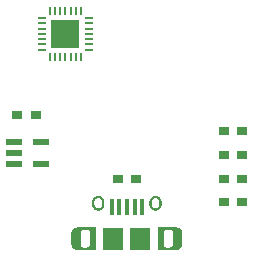
<source format=gtp>
G04*
G04 #@! TF.GenerationSoftware,Altium Limited,Altium Designer,20.2.4 (192)*
G04*
G04 Layer_Color=8421504*
%FSLAX25Y25*%
%MOIN*%
G70*
G04*
G04 #@! TF.SameCoordinates,10D436F5-3F1F-4B74-8332-D6DC9BA31C1D*
G04*
G04*
G04 #@! TF.FilePolarity,Positive*
G04*
G01*
G75*
%ADD15R,0.05591X0.02284*%
%ADD16R,0.03300X0.03150*%
%ADD17R,0.07087X0.07480*%
%ADD18R,0.01575X0.05315*%
%ADD19R,0.03000X0.01100*%
%ADD20R,0.02800X0.01100*%
%ADD21R,0.01100X0.02800*%
%ADD22R,0.01100X0.03000*%
%ADD23R,0.09400X0.09400*%
G36*
X210236Y121752D02*
Y118012D01*
X203886D01*
X203783Y118017D01*
X203680Y118028D01*
X203578Y118044D01*
X203477Y118066D01*
X203378Y118092D01*
X203280Y118124D01*
X203184Y118161D01*
X203089Y118203D01*
X202997Y118250D01*
X202908Y118301D01*
X202822Y118357D01*
X202738Y118418D01*
X202658Y118483D01*
X202582Y118552D01*
X202509Y118625D01*
X202440Y118701D01*
X202375Y118781D01*
X202314Y118865D01*
X202258Y118951D01*
X202206Y119041D01*
X202160Y119132D01*
X202118Y119227D01*
X202081Y119323D01*
X202049Y119421D01*
X202022Y119521D01*
X202001Y119621D01*
X201985Y119723D01*
X201974Y119826D01*
X201969Y119929D01*
Y119980D01*
Y121752D01*
Y123524D01*
Y123575D01*
X201974Y123678D01*
X201985Y123781D01*
X202001Y123882D01*
X202022Y123983D01*
X202049Y124083D01*
X202081Y124181D01*
X202118Y124277D01*
X202160Y124371D01*
X202206Y124463D01*
X202258Y124553D01*
X202314Y124639D01*
X202375Y124722D01*
X202440Y124802D01*
X202509Y124879D01*
X202582Y124952D01*
X202658Y125021D01*
X202738Y125086D01*
X202822Y125146D01*
X202908Y125203D01*
X202997Y125254D01*
X203089Y125301D01*
X203184Y125343D01*
X203280Y125380D01*
X203378Y125412D01*
X203477Y125438D01*
X203578Y125460D01*
X203680Y125476D01*
X203783Y125487D01*
X203886Y125492D01*
X210236D01*
Y121752D01*
D02*
G37*
G36*
X211087Y136018D02*
X211195Y136007D01*
X211302Y135990D01*
X211408Y135967D01*
X211512Y135939D01*
X211615Y135906D01*
X211716Y135867D01*
X211815Y135823D01*
X211912Y135774D01*
X212005Y135720D01*
X212096Y135661D01*
X212184Y135597D01*
X212268Y135529D01*
X212349Y135457D01*
X212425Y135380D01*
X212497Y135300D01*
X212565Y135215D01*
X212629Y135128D01*
X212688Y135037D01*
X212742Y134943D01*
X212791Y134847D01*
X212835Y134748D01*
X212874Y134647D01*
X212908Y134544D01*
X212936Y134439D01*
X212958Y134334D01*
X212975Y134227D01*
X212986Y134119D01*
X212992Y134011D01*
Y133957D01*
Y133169D01*
Y133115D01*
X212986Y133007D01*
X212975Y132899D01*
X212958Y132792D01*
X212936Y132687D01*
X212908Y132582D01*
X212874Y132479D01*
X212835Y132378D01*
X212791Y132279D01*
X212742Y132183D01*
X212688Y132089D01*
X212629Y131998D01*
X212566Y131911D01*
X212497Y131826D01*
X212425Y131746D01*
X212349Y131669D01*
X212268Y131597D01*
X212184Y131529D01*
X212096Y131465D01*
X212005Y131406D01*
X211912Y131352D01*
X211815Y131303D01*
X211717Y131259D01*
X211615Y131220D01*
X211512Y131187D01*
X211408Y131159D01*
X211302Y131136D01*
X211195Y131119D01*
X211087Y131108D01*
X210979Y131102D01*
X210871D01*
X210763Y131108D01*
X210655Y131119D01*
X210548Y131136D01*
X210442Y131159D01*
X210338Y131187D01*
X210235Y131220D01*
X210134Y131259D01*
X210035Y131303D01*
X209939Y131352D01*
X209845Y131406D01*
X209754Y131465D01*
X209666Y131529D01*
X209582Y131597D01*
X209502Y131669D01*
X209425Y131746D01*
X209353Y131826D01*
X209285Y131911D01*
X209221Y131998D01*
X209162Y132089D01*
X209108Y132183D01*
X209059Y132279D01*
X209015Y132378D01*
X208976Y132479D01*
X208943Y132582D01*
X208915Y132687D01*
X208892Y132792D01*
X208875Y132899D01*
X208864Y133007D01*
X208858Y133115D01*
Y133169D01*
Y133957D01*
Y134011D01*
X208864Y134119D01*
X208875Y134227D01*
X208892Y134334D01*
X208915Y134439D01*
X208943Y134544D01*
X208976Y134647D01*
X209015Y134748D01*
X209059Y134847D01*
X209108Y134943D01*
X209162Y135037D01*
X209221Y135128D01*
X209285Y135215D01*
X209353Y135300D01*
X209425Y135380D01*
X209502Y135457D01*
X209582Y135529D01*
X209666Y135597D01*
X209754Y135661D01*
X209845Y135720D01*
X209939Y135774D01*
X210035Y135823D01*
X210134Y135867D01*
X210235Y135906D01*
X210338Y135939D01*
X210442Y135967D01*
X210548Y135990D01*
X210655Y136007D01*
X210763Y136018D01*
X210871Y136024D01*
X210979D01*
X211087Y136018D01*
D02*
G37*
G36*
X237162Y125487D02*
X237265Y125476D01*
X237367Y125460D01*
X237468Y125438D01*
X237567Y125412D01*
X237665Y125380D01*
X237761Y125343D01*
X237856Y125301D01*
X237948Y125254D01*
X238037Y125203D01*
X238123Y125146D01*
X238207Y125086D01*
X238287Y125021D01*
X238363Y124952D01*
X238436Y124879D01*
X238505Y124802D01*
X238570Y124722D01*
X238631Y124639D01*
X238687Y124553D01*
X238738Y124463D01*
X238785Y124371D01*
X238827Y124277D01*
X238864Y124181D01*
X238896Y124083D01*
X238923Y123983D01*
X238944Y123882D01*
X238960Y123781D01*
X238971Y123678D01*
X238976Y123575D01*
Y123524D01*
Y121752D01*
Y119980D01*
Y119929D01*
X238971Y119826D01*
X238960Y119723D01*
X238944Y119621D01*
X238923Y119521D01*
X238896Y119421D01*
X238864Y119323D01*
X238827Y119227D01*
X238785Y119132D01*
X238738Y119041D01*
X238687Y118951D01*
X238631Y118865D01*
X238570Y118781D01*
X238505Y118701D01*
X238436Y118625D01*
X238363Y118552D01*
X238287Y118483D01*
X238207Y118418D01*
X238123Y118357D01*
X238037Y118301D01*
X237948Y118250D01*
X237856Y118203D01*
X237761Y118161D01*
X237665Y118124D01*
X237567Y118092D01*
X237468Y118066D01*
X237367Y118044D01*
X237265Y118028D01*
X237162Y118017D01*
X237059Y118012D01*
X230709D01*
Y121752D01*
Y125492D01*
X237059D01*
X237162Y125487D01*
D02*
G37*
G36*
X230182Y136018D02*
X230290Y136007D01*
X230397Y135990D01*
X230502Y135967D01*
X230607Y135939D01*
X230710Y135906D01*
X230811Y135867D01*
X230910Y135823D01*
X231006Y135774D01*
X231100Y135720D01*
X231191Y135661D01*
X231278Y135597D01*
X231363Y135529D01*
X231443Y135457D01*
X231520Y135380D01*
X231592Y135300D01*
X231660Y135215D01*
X231724Y135128D01*
X231783Y135037D01*
X231837Y134943D01*
X231886Y134847D01*
X231930Y134748D01*
X231969Y134647D01*
X232002Y134544D01*
X232030Y134439D01*
X232053Y134334D01*
X232070Y134227D01*
X232081Y134119D01*
X232087Y134011D01*
Y133957D01*
Y133169D01*
Y133115D01*
X232081Y133007D01*
X232070Y132899D01*
X232053Y132792D01*
X232030Y132687D01*
X232002Y132582D01*
X231969Y132479D01*
X231930Y132378D01*
X231886Y132279D01*
X231837Y132183D01*
X231783Y132089D01*
X231724Y131998D01*
X231660Y131911D01*
X231592Y131826D01*
X231520Y131746D01*
X231443Y131669D01*
X231363Y131597D01*
X231278Y131529D01*
X231191Y131465D01*
X231100Y131406D01*
X231006Y131352D01*
X230910Y131303D01*
X230811Y131259D01*
X230710Y131220D01*
X230607Y131187D01*
X230502Y131159D01*
X230397Y131136D01*
X230290Y131119D01*
X230182Y131108D01*
X230074Y131102D01*
X229966D01*
X229857Y131108D01*
X229750Y131119D01*
X229643Y131136D01*
X229537Y131159D01*
X229432Y131187D01*
X229329Y131220D01*
X229228Y131259D01*
X229130Y131303D01*
X229033Y131352D01*
X228939Y131406D01*
X228849Y131465D01*
X228761Y131529D01*
X228677Y131597D01*
X228596Y131669D01*
X228520Y131746D01*
X228447Y131826D01*
X228379Y131911D01*
X228316Y131998D01*
X228257Y132089D01*
X228203Y132183D01*
X228153Y132279D01*
X228110Y132378D01*
X228071Y132479D01*
X228037Y132582D01*
X228009Y132687D01*
X227987Y132792D01*
X227970Y132899D01*
X227958Y133007D01*
X227953Y133115D01*
Y133169D01*
Y133957D01*
Y134011D01*
X227958Y134119D01*
X227970Y134227D01*
X227987Y134334D01*
X228009Y134439D01*
X228037Y134544D01*
X228071Y134647D01*
X228110Y134748D01*
X228153Y134847D01*
X228203Y134943D01*
X228257Y135037D01*
X228316Y135128D01*
X228379Y135215D01*
X228447Y135300D01*
X228520Y135380D01*
X228596Y135457D01*
X228677Y135529D01*
X228761Y135597D01*
X228849Y135661D01*
X228939Y135720D01*
X229033Y135774D01*
X229130Y135823D01*
X229228Y135867D01*
X229329Y135906D01*
X229432Y135939D01*
X229537Y135967D01*
X229643Y135990D01*
X229750Y136007D01*
X229857Y136018D01*
X229965Y136024D01*
X230074D01*
X230182Y136018D01*
D02*
G37*
%LPC*%
G36*
X207118Y124705D02*
X206170D01*
X206108Y124701D01*
X206047Y124695D01*
X205985Y124685D01*
X205925Y124672D01*
X205865Y124656D01*
X205806Y124637D01*
X205749Y124615D01*
X205692Y124590D01*
X205637Y124562D01*
X205584Y124531D01*
X205532Y124497D01*
X205482Y124461D01*
X205434Y124422D01*
X205387Y124381D01*
X205344Y124337D01*
X205302Y124291D01*
X205263Y124243D01*
X205227Y124193D01*
X205193Y124141D01*
X205162Y124087D01*
X205134Y124032D01*
X205109Y123976D01*
X205087Y123918D01*
X205068Y123859D01*
X205052Y123799D01*
X205039Y123739D01*
X205029Y123678D01*
X205023Y123616D01*
X205020Y123555D01*
Y123524D01*
Y121752D01*
Y119882D01*
Y119853D01*
X205023Y119797D01*
X205029Y119740D01*
X205037Y119685D01*
X205049Y119629D01*
X205064Y119574D01*
X205081Y119520D01*
X205102Y119467D01*
X205125Y119416D01*
X205151Y119365D01*
X205179Y119316D01*
X205210Y119268D01*
X205243Y119223D01*
X205279Y119178D01*
X205317Y119136D01*
X205357Y119096D01*
X205399Y119058D01*
X205443Y119023D01*
X205489Y118989D01*
X205537Y118958D01*
X205586Y118930D01*
X205636Y118904D01*
X205688Y118881D01*
X205741Y118861D01*
X205795Y118843D01*
X205850Y118829D01*
X205905Y118817D01*
X205961Y118808D01*
X206017Y118802D01*
X206074Y118799D01*
X207118D01*
X207179Y118802D01*
X207241Y118809D01*
X207302Y118819D01*
X207362Y118831D01*
X207422Y118848D01*
X207481Y118867D01*
X207539Y118889D01*
X207595Y118914D01*
X207650Y118942D01*
X207704Y118973D01*
X207756Y119007D01*
X207806Y119043D01*
X207854Y119082D01*
X207900Y119123D01*
X207944Y119167D01*
X207985Y119213D01*
X208024Y119261D01*
X208060Y119311D01*
X208094Y119363D01*
X208125Y119416D01*
X208153Y119472D01*
X208178Y119528D01*
X208200Y119586D01*
X208220Y119645D01*
X208236Y119704D01*
X208248Y119765D01*
X208258Y119826D01*
X208264Y119888D01*
X208268Y119949D01*
Y119980D01*
Y121752D01*
Y123524D01*
Y123555D01*
X208264Y123616D01*
X208258Y123678D01*
X208248Y123739D01*
X208236Y123799D01*
X208220Y123859D01*
X208200Y123918D01*
X208178Y123976D01*
X208153Y124032D01*
X208125Y124087D01*
X208094Y124141D01*
X208060Y124193D01*
X208024Y124243D01*
X207985Y124291D01*
X207944Y124337D01*
X207900Y124381D01*
X207854Y124422D01*
X207806Y124461D01*
X207756Y124497D01*
X207704Y124531D01*
X207650Y124562D01*
X207595Y124590D01*
X207539Y124615D01*
X207481Y124637D01*
X207422Y124656D01*
X207362Y124672D01*
X207302Y124685D01*
X207241Y124695D01*
X207179Y124701D01*
X207118Y124705D01*
D02*
G37*
G36*
X210959Y135236D02*
X210892D01*
X210825Y135233D01*
X210758Y135226D01*
X210692Y135215D01*
X210626Y135201D01*
X210562Y135184D01*
X210498Y135163D01*
X210435Y135139D01*
X210374Y135112D01*
X210314Y135082D01*
X210256Y135048D01*
X210200Y135011D01*
X210146Y134972D01*
X210094Y134930D01*
X210044Y134885D01*
X209997Y134838D01*
X209952Y134788D01*
X209910Y134736D01*
X209870Y134682D01*
X209834Y134625D01*
X209800Y134567D01*
X209770Y134508D01*
X209743Y134447D01*
X209719Y134384D01*
X209698Y134320D01*
X209681Y134256D01*
X209667Y134190D01*
X209656Y134124D01*
X209649Y134057D01*
X209646Y133990D01*
Y133957D01*
Y133169D01*
Y133136D01*
X209649Y133069D01*
X209656Y133002D01*
X209667Y132936D01*
X209681Y132870D01*
X209698Y132806D01*
X209719Y132742D01*
X209743Y132679D01*
X209770Y132618D01*
X209800Y132559D01*
X209834Y132501D01*
X209870Y132444D01*
X209910Y132390D01*
X209952Y132338D01*
X209997Y132288D01*
X210044Y132241D01*
X210094Y132196D01*
X210146Y132154D01*
X210200Y132114D01*
X210256Y132078D01*
X210314Y132044D01*
X210374Y132014D01*
X210435Y131987D01*
X210498Y131963D01*
X210562Y131942D01*
X210626Y131925D01*
X210692Y131911D01*
X210758Y131900D01*
X210825Y131893D01*
X210892Y131890D01*
X210959D01*
X211026Y131893D01*
X211092Y131900D01*
X211158Y131911D01*
X211224Y131925D01*
X211289Y131942D01*
X211352Y131963D01*
X211415Y131987D01*
X211476Y132014D01*
X211536Y132044D01*
X211594Y132078D01*
X211650Y132114D01*
X211704Y132154D01*
X211756Y132196D01*
X211806Y132241D01*
X211854Y132288D01*
X211898Y132338D01*
X211941Y132390D01*
X211980Y132444D01*
X212017Y132501D01*
X212050Y132559D01*
X212081Y132618D01*
X212108Y132679D01*
X212132Y132742D01*
X212152Y132806D01*
X212170Y132870D01*
X212184Y132936D01*
X212194Y133002D01*
X212201Y133069D01*
X212205Y133136D01*
Y133169D01*
Y133957D01*
Y133990D01*
X212201Y134057D01*
X212194Y134124D01*
X212184Y134190D01*
X212170Y134256D01*
X212152Y134320D01*
X212132Y134384D01*
X212108Y134447D01*
X212081Y134508D01*
X212050Y134567D01*
X212017Y134625D01*
X211980Y134682D01*
X211941Y134736D01*
X211898Y134788D01*
X211854Y134838D01*
X211806Y134885D01*
X211756Y134930D01*
X211704Y134972D01*
X211650Y135011D01*
X211594Y135048D01*
X211536Y135082D01*
X211476Y135112D01*
X211415Y135139D01*
X211352Y135163D01*
X211289Y135184D01*
X211224Y135201D01*
X211158Y135215D01*
X211092Y135226D01*
X211026Y135233D01*
X210959Y135236D01*
D02*
G37*
G36*
X234871Y124705D02*
X233827D01*
X233766Y124701D01*
X233704Y124695D01*
X233643Y124685D01*
X233582Y124672D01*
X233523Y124656D01*
X233464Y124637D01*
X233406Y124615D01*
X233350Y124590D01*
X233295Y124562D01*
X233241Y124531D01*
X233189Y124497D01*
X233139Y124461D01*
X233091Y124422D01*
X233045Y124381D01*
X233001Y124337D01*
X232960Y124291D01*
X232921Y124243D01*
X232885Y124193D01*
X232851Y124141D01*
X232820Y124087D01*
X232792Y124032D01*
X232767Y123976D01*
X232745Y123918D01*
X232725Y123859D01*
X232709Y123799D01*
X232697Y123739D01*
X232687Y123678D01*
X232680Y123616D01*
X232677Y123555D01*
Y123524D01*
Y121752D01*
Y119980D01*
Y119949D01*
X232680Y119888D01*
X232687Y119826D01*
X232697Y119765D01*
X232709Y119704D01*
X232725Y119645D01*
X232745Y119586D01*
X232767Y119528D01*
X232792Y119472D01*
X232820Y119416D01*
X232851Y119363D01*
X232885Y119311D01*
X232921Y119261D01*
X232960Y119213D01*
X233001Y119167D01*
X233045Y119123D01*
X233091Y119082D01*
X233139Y119043D01*
X233189Y119007D01*
X233241Y118973D01*
X233295Y118942D01*
X233350Y118914D01*
X233406Y118889D01*
X233464Y118867D01*
X233523Y118848D01*
X233582Y118831D01*
X233643Y118819D01*
X233704Y118809D01*
X233766Y118802D01*
X233827Y118799D01*
X234775D01*
X234837Y118802D01*
X234898Y118809D01*
X234959Y118819D01*
X235020Y118831D01*
X235080Y118848D01*
X235139Y118867D01*
X235196Y118889D01*
X235253Y118914D01*
X235308Y118942D01*
X235361Y118973D01*
X235413Y119007D01*
X235463Y119043D01*
X235511Y119082D01*
X235557Y119123D01*
X235601Y119167D01*
X235643Y119213D01*
X235682Y119261D01*
X235718Y119311D01*
X235752Y119363D01*
X235782Y119417D01*
X235810Y119472D01*
X235836Y119528D01*
X235858Y119586D01*
X235877Y119645D01*
X235893Y119704D01*
X235906Y119765D01*
X235915Y119826D01*
X235922Y119888D01*
X235925Y119949D01*
Y119980D01*
Y121752D01*
Y123622D01*
Y123650D01*
X235922Y123707D01*
X235916Y123763D01*
X235907Y123819D01*
X235896Y123875D01*
X235881Y123930D01*
X235863Y123984D01*
X235843Y124037D01*
X235820Y124088D01*
X235794Y124139D01*
X235766Y124188D01*
X235735Y124235D01*
X235702Y124281D01*
X235666Y124325D01*
X235628Y124368D01*
X235588Y124408D01*
X235546Y124446D01*
X235502Y124481D01*
X235456Y124515D01*
X235408Y124546D01*
X235359Y124574D01*
X235309Y124600D01*
X235257Y124623D01*
X235204Y124643D01*
X235150Y124661D01*
X235095Y124675D01*
X235040Y124687D01*
X234984Y124696D01*
X234928Y124702D01*
X234871Y124705D01*
D02*
G37*
G36*
X230053Y135236D02*
X229986D01*
X229919Y135233D01*
X229853Y135226D01*
X229786Y135215D01*
X229721Y135201D01*
X229656Y135184D01*
X229592Y135163D01*
X229530Y135139D01*
X229469Y135112D01*
X229409Y135082D01*
X229351Y135048D01*
X229295Y135011D01*
X229240Y134972D01*
X229188Y134930D01*
X229139Y134885D01*
X229091Y134838D01*
X229046Y134788D01*
X229004Y134736D01*
X228965Y134682D01*
X228928Y134625D01*
X228895Y134567D01*
X228864Y134508D01*
X228837Y134447D01*
X228813Y134384D01*
X228792Y134320D01*
X228775Y134256D01*
X228761Y134190D01*
X228751Y134124D01*
X228744Y134057D01*
X228740Y133990D01*
Y133957D01*
Y133169D01*
Y133136D01*
X228744Y133069D01*
X228751Y133002D01*
X228761Y132936D01*
X228775Y132870D01*
X228792Y132806D01*
X228813Y132742D01*
X228837Y132679D01*
X228864Y132618D01*
X228895Y132559D01*
X228928Y132501D01*
X228965Y132444D01*
X229004Y132390D01*
X229046Y132338D01*
X229091Y132288D01*
X229139Y132241D01*
X229188Y132196D01*
X229240Y132154D01*
X229295Y132114D01*
X229351Y132078D01*
X229409Y132044D01*
X229469Y132014D01*
X229530Y131987D01*
X229592Y131963D01*
X229656Y131942D01*
X229721Y131925D01*
X229786Y131911D01*
X229853Y131900D01*
X229919Y131893D01*
X229986Y131890D01*
X230053D01*
X230120Y131893D01*
X230187Y131900D01*
X230253Y131911D01*
X230318Y131925D01*
X230383Y131942D01*
X230447Y131963D01*
X230509Y131987D01*
X230571Y132014D01*
X230630Y132044D01*
X230689Y132078D01*
X230745Y132114D01*
X230799Y132154D01*
X230851Y132196D01*
X230901Y132241D01*
X230948Y132288D01*
X230993Y132338D01*
X231035Y132390D01*
X231075Y132444D01*
X231111Y132501D01*
X231144Y132559D01*
X231175Y132618D01*
X231202Y132679D01*
X231226Y132742D01*
X231247Y132806D01*
X231264Y132870D01*
X231278Y132936D01*
X231289Y133002D01*
X231296Y133069D01*
X231299Y133136D01*
Y133169D01*
Y133957D01*
Y133990D01*
X231296Y134057D01*
X231289Y134124D01*
X231278Y134190D01*
X231264Y134256D01*
X231247Y134320D01*
X231226Y134384D01*
X231202Y134447D01*
X231175Y134508D01*
X231144Y134567D01*
X231111Y134625D01*
X231075Y134682D01*
X231035Y134736D01*
X230993Y134788D01*
X230948Y134838D01*
X230901Y134885D01*
X230851Y134930D01*
X230799Y134972D01*
X230745Y135011D01*
X230689Y135048D01*
X230630Y135082D01*
X230571Y135112D01*
X230509Y135139D01*
X230447Y135163D01*
X230383Y135184D01*
X230318Y135201D01*
X230253Y135215D01*
X230187Y135226D01*
X230120Y135233D01*
X230053Y135236D01*
D02*
G37*
%LPD*%
D15*
X192000Y154000D02*
D03*
Y146520D02*
D03*
X182984D02*
D03*
Y150260D02*
D03*
Y154000D02*
D03*
D16*
X252805Y133858D02*
D03*
X259006D02*
D03*
X252805Y141732D02*
D03*
X259006D02*
D03*
X252805Y149606D02*
D03*
X259006D02*
D03*
X252805Y157480D02*
D03*
X259006D02*
D03*
X217372Y141732D02*
D03*
X223573D02*
D03*
X190100Y163000D02*
D03*
X183900D02*
D03*
D17*
X225000Y121752D02*
D03*
X215945D02*
D03*
D18*
X225590Y132283D02*
D03*
X215354D02*
D03*
X223031D02*
D03*
X217913D02*
D03*
X220472D02*
D03*
D19*
X192300Y193500D02*
D03*
Y191800D02*
D03*
Y190000D02*
D03*
Y188200D02*
D03*
Y186500D02*
D03*
X207700D02*
D03*
Y188200D02*
D03*
Y190000D02*
D03*
Y191800D02*
D03*
Y193500D02*
D03*
D20*
X192300Y184700D02*
D03*
X207700D02*
D03*
Y195300D02*
D03*
X192300D02*
D03*
D21*
X194700Y182300D02*
D03*
X205300D02*
D03*
Y197700D02*
D03*
X194700D02*
D03*
D22*
X196500Y182300D02*
D03*
X198200D02*
D03*
X200000D02*
D03*
X201800D02*
D03*
X203500D02*
D03*
Y197700D02*
D03*
X201800D02*
D03*
X200000D02*
D03*
X198200D02*
D03*
X196500D02*
D03*
D23*
X200000Y190000D02*
D03*
M02*

</source>
